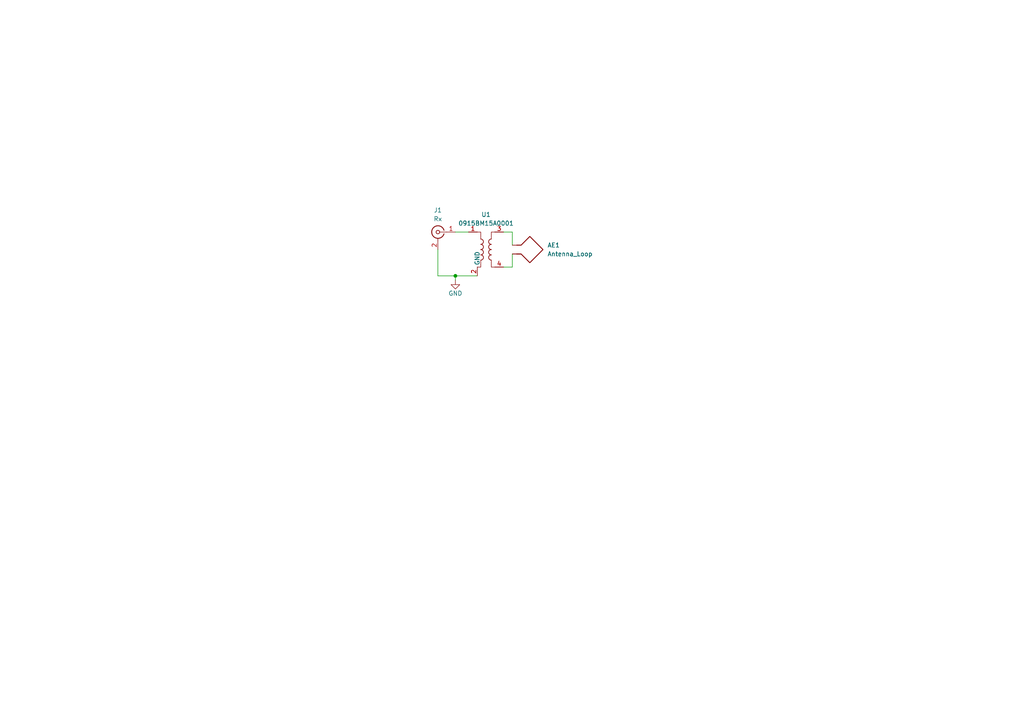
<source format=kicad_sch>
(kicad_sch (version 20211123) (generator eeschema)
  (paper "A4")
  (lib_symbols
    (symbol "Conn_Coaxial_1" (pin_names (offset 1.016) hide)
      (property "Reference" "J" (at 0.254 3.048 0))
      (property "Value" "Conn_Coaxial_1" (at 2.921 0 90))
      (symbol "Conn_Coaxial_1_0_1"
        (arc (start -1.778 -0.508) (mid 0.2311 -1.8066) (end 1.778 0) (stroke (width 0.254)))
        (polyline (pts (xy -2.54 0) (xy -0.508 0)))
        (polyline (pts (xy 0 -2.54) (xy 0 -1.778)))
        (circle (center 0 0) (radius 0.508) (stroke (width 0.2032)))
        (arc (start 1.778 0) (mid 0.2099 1.8101) (end -1.778 0.508) (stroke (width 0.254)))
      )
      (symbol "Conn_Coaxial_1_1_1"
        (pin passive line (at -5.08 0 0) (length 2.54) (name "In") (number "1"))
        (pin passive line (at 0 -5.08 90) (length 2.54) (name "Ext") (number "2"))
      )
    )
    (symbol "Device:Antenna_Loop" (pin_numbers hide) (pin_names (offset 1.016) hide)
      (property "Reference" "AE" (at 1.27 6.35 0))
      (property "Value" "Antenna_Loop" (at 1.27 5.08 0))
      (symbol "Antenna_Loop_0_1"
        (polyline (pts (xy 2.54 -3.81) (xy 2.54 -2.54) (xy 5.08 0) (xy 1.27 3.81) (xy -2.54 0) (xy 0 -2.54) (xy 0 -3.81)) (stroke (width 0.254)))
      )
      (symbol "Antenna_Loop_1_1"
        (pin input line (at 0 -5.08 90) (length 2.54) (name "~") (number "1"))
        (pin input line (at 2.54 -5.08 90) (length 2.54) (name "~") (number "2"))
      )
    )
    (symbol "Transformer:0915BM15A0001"
      (property "Reference" "U" (at 0 6.35 0))
      (property "Value" "0915BM15A0001" (at 0 -7.62 0))
      (symbol "0915BM15A0001_1_1"
        (arc (start -1.524 -3.048) (mid -0.762 -2.286) (end -1.524 -1.524) (stroke (width 0.2032)))
        (arc (start -1.524 -1.524) (mid -0.762 -0.762) (end -1.524 0) (stroke (width 0.2032)))
        (arc (start -1.524 0) (mid -0.762 0.762) (end -1.524 1.524) (stroke (width 0.2032)))
        (arc (start -1.524 1.524) (mid -0.762 2.286) (end -1.524 3.048) (stroke (width 0.2032)))
        (polyline (pts (xy -2.54 5.08) (xy -1.524 5.08) (xy -1.524 3.048)) (stroke (width 0.1524)))
        (polyline (pts (xy -1.524 -3.048) (xy -1.524 -5.08) (xy -2.54 -5.08)) (stroke (width 0.1524)))
        (polyline (pts (xy 1.524 3.048) (xy 1.524 5.08) (xy 2.54 5.08)) (stroke (width 0.1524)))
        (polyline (pts (xy 2.54 -5.08) (xy 1.524 -5.08) (xy 1.524 -3.048)) (stroke (width 0.1524)))
        (arc (start 1.524 -1.524) (mid 0.762 -2.286) (end 1.524 -3.048) (stroke (width 0.2032)))
        (arc (start 1.524 0) (mid 0.762 -0.762) (end 1.524 -1.524) (stroke (width 0.2032)))
        (arc (start 1.524 1.524) (mid 0.762 0.762) (end 1.524 0) (stroke (width 0.2032)))
        (arc (start 1.524 3.048) (mid 0.762 2.286) (end 1.524 1.524) (stroke (width 0.2032)))
        (pin passive line (at -5.08 5.08 0) (length 2.54) (name "~") (number "1"))
        (pin power_in line (at -2.54 -7.62 90) (length 2.54) (name "GND") (number "2"))
        (pin passive line (at 5.08 5.08 180) (length 2.54) (name "~") (number "3"))
        (pin passive line (at 5.08 -5.08 180) (length 2.54) (name "~") (number "4"))
        (pin passive line (at -2.54 -7.62 90) (length 2.54) hide (name "GND") (number "5"))
        (pin passive line (at -2.54 -7.62 90) (length 2.54) hide (name "GND") (number "6"))
      )
    )
    (symbol "power:GND" (power) (pin_names (offset 0))
      (property "Value" "GND" (at 0 -3.81 0))
      (symbol "GND_0_1"
        (polyline (pts (xy 0 0) (xy 0 -1.27) (xy 1.27 -1.27) (xy 0 -2.54) (xy -1.27 -1.27) (xy 0 -1.27)))
      )
      (symbol "GND_1_1"
        (pin power_in line (at 0 0 270) (length 0) hide (name "GND") (number "1"))
      )
    )
  )
  (junction (at 132.08 80.01))
  (wire (pts (xy 132.08 80.01) (xy 132.08 81.28)))
  (wire (pts (xy 132.08 80.01) (xy 138.43 80.01)))
  (wire (pts (xy 148.59 73.66) (xy 148.59 77.47)))
  (wire (pts (xy 132.08 67.31) (xy 135.89 67.31)))
  (wire (pts (xy 127 72.39) (xy 127 80.01)))
  (wire (pts (xy 146.05 77.47) (xy 148.59 77.47)))
  (wire (pts (xy 148.59 67.31) (xy 148.59 71.12)))
  (wire (pts (xy 127 80.01) (xy 132.08 80.01)))
  (wire (pts (xy 146.05 67.31) (xy 148.59 67.31)))
  (symbol (lib_id "power:GND") (at 132.08 81.28 0) (unit 1)
    (property "Reference" "#PWR0101" (effects hide))
    (property "Value" "GND" (at 132.08 85.09 0))
  )
  (symbol (lib_id "Transformer:0915BM15A0001") (at 140.97 72.39 0) (unit 1)
    (property "Reference" "U1" (at 140.97 62.23 0))
    (property "Value" "0915BM15A0001" (at 140.97 64.77 0))
    (property "Footprint" "RF_Converter:Balun_Johanson_0896BM15A0001" (effects hide))
    (property "Datasheet" "https://www.johansontechnology.com/datasheets/0915BM15A0001/0915BM15A0001.pdf" (effects hide))
  )
  (symbol (lib_name "Conn_Coaxial_1") (lib_id "Connector:Conn_Coaxial") (at 127 67.31 0) (mirror y) (unit 1)
    (property "Reference" "J1" (at 127 60.96 0))
    (property "Value" "Rx" (at 127 63.5 0))
    (property "Datasheet" " ~" (effects hide))
  )
  (symbol (lib_id "Device:Antenna_Loop") (at 153.67 71.12 270) (unit 1)
    (property "Reference" "AE1" (at 158.75 71.1199 90) (effects (justify left)))
    (property "Value" "Antenna_Loop" (at 158.75 73.6599 90) (effects (justify left)))
  )
)
</source>
